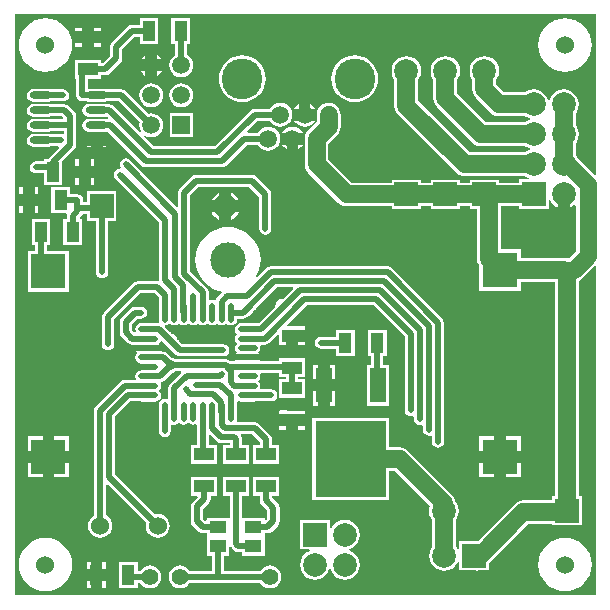
<source format=gtl>
%FSAX44Y44*%
%MOMM*%
G71*
G01*
G75*
G04 Layer_Physical_Order=1*
G04 Layer_Color=255*
%ADD10O,1.6500X0.5500*%
%ADD11O,0.5500X1.6500*%
%ADD12R,1.1000X1.7000*%
%ADD13R,1.7000X1.1000*%
%ADD14R,1.4000X1.1000*%
%ADD15R,1.4000X3.0000*%
%ADD16R,6.0000X6.5000*%
%ADD17O,1.9000X0.6000*%
%ADD18C,1.5000*%
%ADD19C,1.4000*%
%ADD20C,0.5080*%
%ADD21C,1.4000*%
%ADD22C,1.5240*%
%ADD23R,2.0000X2.0000*%
%ADD24C,2.0000*%
%ADD25R,2.0000X2.0000*%
%ADD26R,2.0000X2.0000*%
%ADD27C,2.0000*%
%ADD28C,1.5000*%
%ADD29R,1.5000X1.5000*%
%ADD30R,2.0000X2.0000*%
%ADD31R,3.0000X3.0000*%
%ADD32C,3.0000*%
%ADD33C,0.5000*%
%ADD34C,0.8000*%
%ADD35C,3.4500*%
G36*
X00573960Y00532058D02*
X00575284Y00532606D01*
X00577775Y00534517D01*
X00578914Y00533956D01*
Y00495388D01*
X00573117Y00489591D01*
X00532485D01*
Y00497005D01*
X00515546D01*
Y00533244D01*
X00531060D01*
Y00531060D01*
X00556060D01*
Y00538680D01*
X00557306Y00538928D01*
X00558006Y00537236D01*
X00560016Y00534616D01*
X00562636Y00532606D01*
X00563960Y00532058D01*
Y00543560D01*
X00573960D01*
Y00532058D01*
D02*
G37*
G36*
X00596156Y00560628D02*
X00594983Y00560142D01*
X00579891Y00575234D01*
X00579879Y00575264D01*
X00579046Y00576349D01*
Y00586971D01*
X00579879Y00588056D01*
X00581138Y00591097D01*
X00581568Y00594360D01*
X00581138Y00597623D01*
X00579879Y00600664D01*
X00579046Y00601749D01*
Y00612371D01*
X00579879Y00613456D01*
X00581138Y00616497D01*
X00581568Y00619760D01*
X00581138Y00623023D01*
X00579879Y00626064D01*
X00577875Y00628675D01*
X00575264Y00630679D01*
X00572223Y00631938D01*
X00568960Y00632368D01*
X00565697Y00631938D01*
X00562656Y00630679D01*
X00560045Y00628675D01*
X00558041Y00626064D01*
X00556895Y00623297D01*
X00555625D01*
X00554479Y00626064D01*
X00552475Y00628675D01*
X00549864Y00630679D01*
X00546823Y00631938D01*
X00543560Y00632368D01*
X00540297Y00631938D01*
X00537256Y00630679D01*
X00536171Y00629846D01*
X00518528D01*
X00511736Y00636638D01*
Y00640541D01*
X00512569Y00641626D01*
X00513828Y00644667D01*
X00514258Y00647930D01*
X00513828Y00651193D01*
X00512569Y00654234D01*
X00510565Y00656845D01*
X00507954Y00658849D01*
X00504913Y00660108D01*
X00501650Y00660538D01*
X00498387Y00660108D01*
X00495346Y00658849D01*
X00492735Y00656845D01*
X00490731Y00654234D01*
X00489472Y00651193D01*
X00489042Y00647930D01*
X00489472Y00644667D01*
X00490731Y00641626D01*
X00491564Y00640541D01*
Y00632460D01*
X00491564Y00632460D01*
X00491564D01*
X00491907Y00629850D01*
X00492915Y00627417D01*
X00494518Y00625328D01*
X00507218Y00612628D01*
X00509307Y00611025D01*
X00511740Y00610017D01*
X00514350Y00609674D01*
X00536171D01*
X00537256Y00608841D01*
X00540023Y00607695D01*
Y00606425D01*
X00537256Y00605279D01*
X00536171Y00604446D01*
X00503288D01*
X00478716Y00629018D01*
Y00640541D01*
X00479549Y00641626D01*
X00480808Y00644667D01*
X00481238Y00647930D01*
X00480808Y00651193D01*
X00479549Y00654234D01*
X00477545Y00656845D01*
X00474934Y00658849D01*
X00471893Y00660108D01*
X00468630Y00660538D01*
X00465367Y00660108D01*
X00462326Y00658849D01*
X00459715Y00656845D01*
X00457711Y00654234D01*
X00456452Y00651193D01*
X00456022Y00647930D01*
X00456452Y00644667D01*
X00457711Y00641626D01*
X00458544Y00640541D01*
Y00624840D01*
X00458544Y00624840D01*
X00458544D01*
X00458887Y00622229D01*
X00459895Y00619797D01*
X00461498Y00617708D01*
X00491978Y00587228D01*
X00494067Y00585625D01*
X00496499Y00584617D01*
X00499110Y00584274D01*
X00536171D01*
X00537256Y00583441D01*
X00540023Y00582295D01*
Y00581025D01*
X00537256Y00579879D01*
X00536171Y00579046D01*
X00489318D01*
X00445696Y00622668D01*
Y00640541D01*
X00446529Y00641626D01*
X00447788Y00644667D01*
X00448218Y00647930D01*
X00447788Y00651193D01*
X00446529Y00654234D01*
X00444525Y00656845D01*
X00441914Y00658849D01*
X00438873Y00660108D01*
X00435610Y00660538D01*
X00432347Y00660108D01*
X00429306Y00658849D01*
X00426695Y00656845D01*
X00424691Y00654234D01*
X00423432Y00651193D01*
X00423002Y00647930D01*
X00423432Y00644667D01*
X00424691Y00641626D01*
X00425524Y00640541D01*
Y00618490D01*
X00425524Y00618490D01*
X00425524D01*
X00425867Y00615880D01*
X00426875Y00613447D01*
X00428478Y00611358D01*
X00478008Y00561828D01*
X00478008D01*
X00478008Y00561828D01*
X00478008Y00561828D01*
Y00561828D01*
X00480097Y00560225D01*
X00481522Y00559635D01*
X00482529Y00559217D01*
X00485140Y00558874D01*
X00536171D01*
X00537256Y00558041D01*
X00539032Y00557306D01*
X00538784Y00556060D01*
X00531060D01*
Y00553416D01*
X00514150D01*
Y00555830D01*
X00489150D01*
Y00553416D01*
X00481130D01*
Y00555830D01*
X00456130D01*
Y00553416D01*
X00448110D01*
Y00555830D01*
X00423110D01*
Y00553416D01*
X00389218D01*
X00369656Y00572978D01*
Y00586372D01*
X00376902Y00593618D01*
X00378505Y00595707D01*
X00379513Y00598139D01*
X00379856Y00600750D01*
X00379856Y00600750D01*
X00379856Y00600750D01*
Y00600750D01*
Y00610850D01*
X00379513Y00613461D01*
X00378505Y00615893D01*
X00376902Y00617982D01*
X00374813Y00619585D01*
X00372380Y00620593D01*
X00369770Y00620936D01*
X00367160Y00620593D01*
X00364727Y00619585D01*
X00362638Y00617982D01*
X00361035Y00615893D01*
X00360227Y00613941D01*
X00360226D01*
X00360027Y00613461D01*
X00359683Y00610850D01*
Y00606259D01*
X00359684Y00606259D01*
Y00604928D01*
X00352438Y00597682D01*
X00350835Y00595593D01*
X00350027Y00593642D01*
X00350026D01*
X00349827Y00593161D01*
X00349483Y00590550D01*
Y00585959D01*
X00349484Y00585959D01*
Y00568800D01*
X00349484Y00568800D01*
X00349484D01*
X00349827Y00566189D01*
X00350835Y00563757D01*
X00352438Y00561668D01*
X00377908Y00536198D01*
X00379997Y00534595D01*
X00382430Y00533587D01*
X00385040Y00533244D01*
X00423110D01*
Y00530830D01*
X00448110D01*
Y00533244D01*
X00456130D01*
Y00530830D01*
X00481130D01*
Y00533244D01*
X00489150D01*
Y00530830D01*
X00495374D01*
Y00489030D01*
X00495717Y00486419D01*
X00496725Y00483987D01*
X00497485Y00482996D01*
Y00462005D01*
X00532485D01*
Y00469419D01*
X00561644D01*
Y00288090D01*
X00559230D01*
Y00284406D01*
X00534670D01*
X00532060Y00284063D01*
X00529627Y00283055D01*
X00527538Y00281452D01*
X00496076Y00249990D01*
X00480260D01*
Y00243231D01*
X00479014Y00242983D01*
X00478679Y00243794D01*
X00477216Y00245700D01*
Y00268201D01*
X00478049Y00269286D01*
X00479308Y00272327D01*
X00479738Y00275590D01*
X00479308Y00278853D01*
X00478049Y00281894D01*
X00477088Y00283146D01*
X00476873Y00284781D01*
X00475865Y00287213D01*
X00474262Y00289302D01*
X00437162Y00326402D01*
X00435073Y00328005D01*
X00432641Y00329012D01*
X00430030Y00329356D01*
X00420970D01*
Y00354270D01*
X00355970D01*
Y00284270D01*
X00420970D01*
Y00309184D01*
X00425852D01*
X00455312Y00279724D01*
X00454952Y00278853D01*
X00454522Y00275590D01*
X00454952Y00272327D01*
X00456211Y00269286D01*
X00457044Y00268201D01*
Y00244058D01*
X00456841Y00243794D01*
X00455582Y00240753D01*
X00455152Y00237490D01*
X00455582Y00234227D01*
X00456841Y00231186D01*
X00458845Y00228575D01*
X00461456Y00226571D01*
X00464497Y00225312D01*
X00467760Y00224882D01*
X00471023Y00225312D01*
X00474064Y00226571D01*
X00476675Y00228575D01*
X00478679Y00231186D01*
X00479014Y00231996D01*
X00480260Y00231749D01*
Y00224990D01*
X00494341D01*
X00495300Y00224864D01*
X00496259Y00224990D01*
X00505260D01*
Y00230646D01*
X00538848Y00264234D01*
X00559230D01*
Y00263090D01*
X00584230D01*
Y00288090D01*
X00581816D01*
Y00469762D01*
X00584427Y00472373D01*
X00584427Y00472373D01*
X00584427Y00472373D01*
X00594983Y00482929D01*
X00596156Y00482443D01*
Y00203844D01*
X00103844D01*
Y00696156D01*
X00596156D01*
Y00560628D01*
D02*
G37*
%LPC*%
G36*
X00375310Y00399310D02*
X00370770D01*
Y00386770D01*
X00375310D01*
Y00399310D01*
D02*
G37*
G36*
X00360770D02*
X00356230D01*
Y00386770D01*
X00360770D01*
Y00399310D01*
D02*
G37*
G36*
X00350130Y00418710D02*
X00344090D01*
Y00415670D01*
X00350130D01*
Y00418710D01*
D02*
G37*
G36*
X00392010Y00428830D02*
X00376010D01*
Y00422969D01*
X00363220D01*
X00361254Y00422578D01*
X00359586Y00421464D01*
X00358472Y00419796D01*
X00358081Y00417830D01*
X00358472Y00415863D01*
X00359586Y00414196D01*
X00361254Y00413082D01*
X00363220Y00412691D01*
X00376010D01*
Y00406830D01*
X00392010D01*
Y00428830D01*
D02*
G37*
G36*
X00375310Y00376770D02*
X00370770D01*
Y00364230D01*
X00375310D01*
Y00376770D01*
D02*
G37*
G36*
X00360770D02*
X00356230D01*
Y00364230D01*
X00360770D01*
Y00376770D01*
D02*
G37*
G36*
X00419010Y00428830D02*
X00403010D01*
Y00406830D01*
X00405871D01*
Y00399270D01*
X00401970D01*
Y00364270D01*
X00420970D01*
Y00399270D01*
X00416149D01*
Y00406830D01*
X00419010D01*
Y00428830D01*
D02*
G37*
G36*
X00334400Y00360760D02*
X00328504D01*
X00328364Y00360300D01*
X00328050D01*
Y00357260D01*
X00350130D01*
Y00360300D01*
X00334540D01*
X00334400Y00360760D01*
D02*
G37*
G36*
X00124080Y00533480D02*
X00121040D01*
Y00527440D01*
X00124080D01*
Y00533480D01*
D02*
G37*
G36*
X00111040D02*
X00108000D01*
Y00527440D01*
X00111040D01*
Y00533480D01*
D02*
G37*
G36*
X00287170Y00544902D02*
Y00538400D01*
X00293672D01*
X00293124Y00539724D01*
X00291114Y00542344D01*
X00288494Y00544354D01*
X00287170Y00544902D01*
D02*
G37*
G36*
X00277170D02*
X00275846Y00544354D01*
X00273226Y00542344D01*
X00271216Y00539724D01*
X00270668Y00538400D01*
X00277170D01*
Y00544902D01*
D02*
G37*
G36*
X00151040Y00549480D02*
X00135040D01*
Y00527480D01*
X00147492D01*
X00148298Y00526498D01*
X00148061Y00525310D01*
Y00522810D01*
X00145200D01*
Y00500810D01*
X00161200D01*
Y00522810D01*
X00159627D01*
X00159141Y00523983D01*
X00160644Y00525486D01*
X00161649Y00526991D01*
X00165070D01*
Y00520900D01*
X00172431D01*
Y00477750D01*
X00172822Y00475784D01*
X00173936Y00474116D01*
X00174166Y00473886D01*
X00175833Y00472772D01*
X00177800Y00472381D01*
X00179767Y00472772D01*
X00181434Y00473886D01*
X00182548Y00475554D01*
X00182939Y00477520D01*
X00182709Y00478676D01*
Y00520900D01*
X00190070D01*
Y00545900D01*
X00165070D01*
Y00537269D01*
X00162149D01*
Y00538480D01*
X00161758Y00540447D01*
X00160644Y00542114D01*
X00158976Y00543228D01*
X00157010Y00543619D01*
X00151040D01*
Y00549480D01*
D02*
G37*
G36*
X00134200Y00522810D02*
X00118200D01*
Y00500810D01*
X00121061D01*
Y00495735D01*
X00115080D01*
Y00460735D01*
X00150080D01*
Y00495735D01*
X00131339D01*
Y00500810D01*
X00134200D01*
Y00522810D01*
D02*
G37*
G36*
X00293672Y00528400D02*
X00287170D01*
Y00521898D01*
X00288494Y00522446D01*
X00291114Y00524456D01*
X00293124Y00527076D01*
X00293672Y00528400D01*
D02*
G37*
G36*
X00277170D02*
X00270668D01*
X00271216Y00527076D01*
X00273226Y00524456D01*
X00275846Y00522446D01*
X00277170Y00521898D01*
Y00528400D01*
D02*
G37*
G36*
X00350130Y00347260D02*
X00344090D01*
Y00344220D01*
X00350130D01*
Y00347260D01*
D02*
G37*
G36*
X00181230Y00232020D02*
X00178190D01*
Y00225980D01*
X00181230D01*
Y00232020D01*
D02*
G37*
G36*
X00168190D02*
X00165150D01*
Y00225980D01*
X00168190D01*
Y00232020D01*
D02*
G37*
G36*
X00327710Y00304380D02*
X00305710D01*
Y00288380D01*
X00311571D01*
Y00284480D01*
X00311571Y00284480D01*
X00311571D01*
X00311962Y00282514D01*
X00313076Y00280846D01*
X00317921Y00276001D01*
Y00268829D01*
X00316743Y00267651D01*
X00315570Y00268137D01*
Y00269620D01*
X00297347D01*
X00297347Y00269620D01*
Y00269620D01*
X00296570Y00269620D01*
X00296449Y00269741D01*
Y00288380D01*
X00302310D01*
Y00304380D01*
X00280310D01*
Y00288380D01*
X00286171D01*
Y00270221D01*
X00285570Y00269620D01*
X00285273Y00269620D01*
X00285273Y00269620D01*
Y00269620D01*
X00266570D01*
Y00267347D01*
X00265397Y00266861D01*
X00263429Y00268829D01*
Y00277271D01*
X00268274Y00282116D01*
X00269388Y00283783D01*
X00269779Y00285750D01*
Y00288380D01*
X00275640D01*
Y00304380D01*
X00253640D01*
Y00288380D01*
X00258343D01*
X00258829Y00287207D01*
X00254656Y00283034D01*
X00253542Y00281367D01*
X00253151Y00279400D01*
Y00266700D01*
X00253151Y00266700D01*
X00253151D01*
X00253542Y00264734D01*
X00254656Y00263066D01*
X00259736Y00257986D01*
X00261404Y00256872D01*
X00263370Y00256481D01*
X00266570D01*
Y00254518D01*
X00266570Y00254518D01*
X00266570D01*
X00266570Y00253620D01*
Y00253620D01*
D01*
X00266570Y00252722D01*
X00266570Y00252722D01*
X00266570D01*
Y00237620D01*
X00270931D01*
Y00224849D01*
X00251871D01*
X00250615Y00226485D01*
X00248631Y00228008D01*
X00246320Y00228965D01*
X00243840Y00229292D01*
X00241360Y00228965D01*
X00239049Y00228008D01*
X00237064Y00226485D01*
X00235542Y00224501D01*
X00234585Y00222190D01*
X00234258Y00219710D01*
X00234585Y00217230D01*
X00235542Y00214919D01*
X00237064Y00212934D01*
X00239049Y00211412D01*
X00241360Y00210455D01*
X00243840Y00210128D01*
X00246320Y00210455D01*
X00248631Y00211412D01*
X00250615Y00212934D01*
X00251871Y00214571D01*
X00312009D01*
X00313265Y00212934D01*
X00315249Y00211412D01*
X00317560Y00210455D01*
X00320040Y00210128D01*
X00322520Y00210455D01*
X00324831Y00211412D01*
X00326815Y00212934D01*
X00328338Y00214919D01*
X00329296Y00217230D01*
X00329622Y00219710D01*
X00329296Y00222190D01*
X00328338Y00224501D01*
X00326815Y00226485D01*
X00324831Y00228008D01*
X00322520Y00228965D01*
X00320040Y00229292D01*
X00317560Y00228965D01*
X00315249Y00228008D01*
X00313265Y00226485D01*
X00312009Y00224849D01*
X00281209D01*
Y00237620D01*
X00285570D01*
Y00244981D01*
X00286785Y00245350D01*
X00287676Y00244016D01*
X00289706Y00241986D01*
X00289706Y00241986D01*
X00289706D01*
X00289706Y00241986D01*
X00289706D01*
X00289706Y00241986D01*
Y00241986D01*
Y00241986D01*
D01*
D01*
X00289706D01*
Y00241986D01*
X00291374Y00240872D01*
X00293340Y00240481D01*
X00296570D01*
Y00237620D01*
X00315570D01*
Y00252722D01*
X00315570Y00252722D01*
X00315570D01*
X00315570Y00253620D01*
Y00253620D01*
D01*
X00315570Y00254518D01*
X00315570Y00254518D01*
X00315570D01*
Y00256481D01*
X00317980D01*
X00319946Y00256872D01*
X00321614Y00257986D01*
X00326694Y00263066D01*
X00327808Y00264734D01*
X00328199Y00266700D01*
Y00278130D01*
X00327808Y00280096D01*
X00326694Y00281764D01*
X00321849Y00286609D01*
Y00288380D01*
X00327710D01*
Y00304380D01*
D02*
G37*
G36*
X00383540Y00267878D02*
X00380277Y00267448D01*
X00377236Y00266189D01*
X00374625Y00264185D01*
X00372621Y00261574D01*
X00371886Y00259798D01*
X00370640Y00260046D01*
Y00267770D01*
X00345640D01*
Y00242770D01*
X00353364D01*
X00353612Y00241524D01*
X00351836Y00240789D01*
X00349225Y00238785D01*
X00347221Y00236174D01*
X00345962Y00233133D01*
X00345532Y00229870D01*
X00345962Y00226607D01*
X00347221Y00223566D01*
X00349225Y00220955D01*
X00351836Y00218951D01*
X00354877Y00217692D01*
X00358140Y00217262D01*
X00361403Y00217692D01*
X00364444Y00218951D01*
X00367055Y00220955D01*
X00369059Y00223566D01*
X00370205Y00226333D01*
X00370318D01*
Y00226333D01*
D01*
D01*
X00370318D01*
X00371362D01*
D01*
D01*
Y00226333D01*
X00371475D01*
X00372621Y00223566D01*
X00374625Y00220955D01*
X00377236Y00218951D01*
X00380277Y00217692D01*
X00383540Y00217262D01*
X00386803Y00217692D01*
X00389844Y00218951D01*
X00392455Y00220955D01*
X00394459Y00223566D01*
X00395718Y00226607D01*
X00396148Y00229870D01*
X00395718Y00233133D01*
X00394459Y00236174D01*
X00392455Y00238785D01*
X00389844Y00240789D01*
X00387077Y00241935D01*
Y00242048D01*
X00387077D01*
D01*
D01*
Y00242048D01*
Y00243092D01*
D01*
D01*
X00387077D01*
Y00243205D01*
X00389844Y00244351D01*
X00392455Y00246355D01*
X00394459Y00248966D01*
X00395718Y00252007D01*
X00396148Y00255270D01*
X00395718Y00258533D01*
X00394459Y00261574D01*
X00392455Y00264185D01*
X00389844Y00266189D01*
X00386803Y00267448D01*
X00383540Y00267878D01*
D02*
G37*
G36*
X00208190Y00231980D02*
X00192190D01*
Y00209980D01*
X00208190D01*
Y00214571D01*
X00210409D01*
X00211665Y00212934D01*
X00213649Y00211412D01*
X00215960Y00210455D01*
X00218440Y00210128D01*
X00220920Y00210455D01*
X00223231Y00211412D01*
X00225215Y00212934D01*
X00226738Y00214919D01*
X00227696Y00217230D01*
X00228022Y00219710D01*
X00227696Y00222190D01*
X00226738Y00224501D01*
X00225215Y00226485D01*
X00223231Y00228008D01*
X00220920Y00228965D01*
X00218440Y00229292D01*
X00215960Y00228965D01*
X00213649Y00228008D01*
X00211665Y00226485D01*
X00210409Y00224849D01*
X00208190D01*
Y00231980D01*
D02*
G37*
G36*
X00570000Y00252609D02*
X00565589Y00252174D01*
X00561348Y00250888D01*
X00557439Y00248799D01*
X00554013Y00245987D01*
X00551201Y00242561D01*
X00549112Y00238652D01*
X00547826Y00234411D01*
X00547391Y00230000D01*
X00547826Y00225589D01*
X00549112Y00221348D01*
X00551201Y00217439D01*
X00554013Y00214013D01*
X00557439Y00211201D01*
X00561348Y00209112D01*
X00565589Y00207826D01*
X00570000Y00207391D01*
X00574411Y00207826D01*
X00578652Y00209112D01*
X00582561Y00211201D01*
X00585987Y00214013D01*
X00588799Y00217439D01*
X00590888Y00221348D01*
X00592174Y00225589D01*
X00592609Y00230000D01*
X00592174Y00234411D01*
X00590888Y00238652D01*
X00588799Y00242561D01*
X00585987Y00245987D01*
X00582561Y00248799D01*
X00578652Y00250888D01*
X00574411Y00252174D01*
X00570000Y00252609D01*
D02*
G37*
G36*
X00130000D02*
X00125589Y00252174D01*
X00121348Y00250888D01*
X00117439Y00248799D01*
X00114013Y00245987D01*
X00111201Y00242561D01*
X00109112Y00238652D01*
X00107826Y00234411D01*
X00107391Y00230000D01*
X00107826Y00225589D01*
X00109112Y00221348D01*
X00111201Y00217439D01*
X00114013Y00214013D01*
X00117439Y00211201D01*
X00121348Y00209112D01*
X00125589Y00207826D01*
X00130000Y00207391D01*
X00134411Y00207826D01*
X00138652Y00209112D01*
X00142561Y00211201D01*
X00145987Y00214013D01*
X00148799Y00217439D01*
X00150888Y00221348D01*
X00152174Y00225589D01*
X00152609Y00230000D01*
X00152174Y00234411D01*
X00150888Y00238652D01*
X00148799Y00242561D01*
X00145987Y00245987D01*
X00142561Y00248799D01*
X00138652Y00250888D01*
X00134411Y00252174D01*
X00130000Y00252609D01*
D02*
G37*
G36*
X00181230Y00215980D02*
X00178190D01*
Y00209940D01*
X00181230D01*
Y00215980D01*
D02*
G37*
G36*
X00168190D02*
X00165150D01*
Y00209940D01*
X00168190D01*
Y00215980D01*
D02*
G37*
G36*
X00509985Y00338940D02*
X00497445D01*
Y00326400D01*
X00509985D01*
Y00338940D01*
D02*
G37*
G36*
X00150120D02*
X00137580D01*
Y00326400D01*
X00150120D01*
Y00338940D01*
D02*
G37*
G36*
X00334090Y00347260D02*
X00328050D01*
Y00344220D01*
X00334090D01*
Y00347260D01*
D02*
G37*
G36*
X00532525Y00338940D02*
X00519985D01*
Y00326400D01*
X00532525D01*
Y00338940D01*
D02*
G37*
G36*
X00127580D02*
X00115040D01*
Y00326400D01*
X00127580D01*
Y00338940D01*
D02*
G37*
G36*
X00150120Y00316400D02*
X00137580D01*
Y00303860D01*
X00150120D01*
Y00316400D01*
D02*
G37*
G36*
X00127580D02*
X00115040D01*
Y00303860D01*
X00127580D01*
Y00316400D01*
D02*
G37*
G36*
X00532525D02*
X00519985D01*
Y00303860D01*
X00532525D01*
Y00316400D01*
D02*
G37*
G36*
X00509985D02*
X00497445D01*
Y00303860D01*
X00509985D01*
Y00316400D01*
D02*
G37*
G36*
X00252640Y00692990D02*
X00236640D01*
Y00670990D01*
X00239501D01*
Y00661081D01*
X00237978Y00659912D01*
X00236375Y00657823D01*
X00235367Y00655390D01*
X00235024Y00652780D01*
X00235367Y00650170D01*
X00236375Y00647737D01*
X00237978Y00645648D01*
X00240067Y00644045D01*
X00242500Y00643037D01*
X00245110Y00642694D01*
X00247721Y00643037D01*
X00250153Y00644045D01*
X00252242Y00645648D01*
X00253845Y00647737D01*
X00254853Y00650170D01*
X00255196Y00652780D01*
X00254853Y00655390D01*
X00253845Y00657823D01*
X00252242Y00659912D01*
X00250153Y00661515D01*
X00249779Y00661670D01*
Y00670990D01*
X00252640D01*
Y00692990D01*
D02*
G37*
G36*
X00132860Y00632988D02*
X00119860D01*
X00117714Y00632561D01*
X00115895Y00631345D01*
X00114679Y00629526D01*
X00114252Y00627380D01*
X00114679Y00625234D01*
X00115895Y00623415D01*
X00117714Y00622199D01*
X00119860Y00621772D01*
X00132860D01*
X00135006Y00622199D01*
X00135069Y00622241D01*
X00144780D01*
X00146747Y00622632D01*
X00148414Y00623746D01*
X00149528Y00625414D01*
X00149919Y00627380D01*
X00149528Y00629347D01*
X00148414Y00631014D01*
X00146747Y00632128D01*
X00144780Y00632519D01*
X00135069D01*
X00135006Y00632561D01*
X00132860Y00632988D01*
D02*
G37*
G36*
X00228506Y00647780D02*
X00224710D01*
Y00643984D01*
X00224773Y00644010D01*
X00226871Y00645619D01*
X00228480Y00647717D01*
X00228506Y00647780D01*
D02*
G37*
G36*
X00214710D02*
X00210914D01*
X00210940Y00647717D01*
X00212549Y00645619D01*
X00214647Y00644010D01*
X00214710Y00643984D01*
Y00647780D01*
D02*
G37*
G36*
X00391770Y00661196D02*
X00387898Y00660814D01*
X00384175Y00659685D01*
X00380744Y00657851D01*
X00377737Y00655383D01*
X00375269Y00652376D01*
X00373435Y00648945D01*
X00372306Y00645222D01*
X00371925Y00641350D01*
X00372306Y00637478D01*
X00373435Y00633755D01*
X00375269Y00630324D01*
X00377737Y00627317D01*
X00380744Y00624849D01*
X00384175Y00623015D01*
X00387898Y00621886D01*
X00391770Y00621504D01*
X00395642Y00621886D01*
X00399365Y00623015D01*
X00402796Y00624849D01*
X00405803Y00627317D01*
X00408271Y00630324D01*
X00410105Y00633755D01*
X00411234Y00637478D01*
X00411616Y00641350D01*
X00411234Y00645222D01*
X00410105Y00648945D01*
X00408271Y00652376D01*
X00405803Y00655383D01*
X00402796Y00657851D01*
X00399365Y00659685D01*
X00395642Y00660814D01*
X00391770Y00661196D01*
D02*
G37*
G36*
X00219710Y00637466D02*
X00217099Y00637123D01*
X00214667Y00636115D01*
X00212578Y00634512D01*
X00210975Y00632423D01*
X00209967Y00629991D01*
X00209624Y00627380D01*
X00209967Y00624770D01*
X00210975Y00622337D01*
X00212578Y00620248D01*
X00214667Y00618645D01*
X00217099Y00617637D01*
X00219710Y00617294D01*
X00222320Y00617637D01*
X00224753Y00618645D01*
X00226842Y00620248D01*
X00228445Y00622337D01*
X00229453Y00624770D01*
X00229796Y00627380D01*
X00229453Y00629991D01*
X00228445Y00632423D01*
X00226842Y00634512D01*
X00224753Y00636115D01*
X00222320Y00637123D01*
X00219710Y00637466D01*
D02*
G37*
G36*
X00354370Y00619646D02*
Y00615850D01*
X00358166D01*
X00358140Y00615913D01*
X00356531Y00618011D01*
X00354433Y00619620D01*
X00354370Y00619646D01*
D02*
G37*
G36*
X00296570Y00661196D02*
X00292698Y00660814D01*
X00288975Y00659685D01*
X00285544Y00657851D01*
X00282537Y00655383D01*
X00280069Y00652376D01*
X00278235Y00648945D01*
X00277106Y00645222D01*
X00276724Y00641350D01*
X00277106Y00637478D01*
X00278235Y00633755D01*
X00280069Y00630324D01*
X00282537Y00627317D01*
X00285544Y00624849D01*
X00288975Y00623015D01*
X00292698Y00621886D01*
X00296570Y00621504D01*
X00300442Y00621886D01*
X00304165Y00623015D01*
X00307596Y00624849D01*
X00310603Y00627317D01*
X00313071Y00630324D01*
X00314905Y00633755D01*
X00316034Y00637478D01*
X00316416Y00641350D01*
X00316034Y00645222D01*
X00314905Y00648945D01*
X00313071Y00652376D01*
X00310603Y00655383D01*
X00307596Y00657851D01*
X00304165Y00659685D01*
X00300442Y00660814D01*
X00296570Y00661196D01*
D02*
G37*
G36*
X00245110Y00637466D02*
X00242500Y00637123D01*
X00240067Y00636115D01*
X00237978Y00634512D01*
X00236375Y00632423D01*
X00235367Y00629991D01*
X00235024Y00627380D01*
X00235367Y00624770D01*
X00236375Y00622337D01*
X00237978Y00620248D01*
X00240067Y00618645D01*
X00242500Y00617637D01*
X00245110Y00617294D01*
X00247721Y00617637D01*
X00250153Y00618645D01*
X00252242Y00620248D01*
X00253845Y00622337D01*
X00254853Y00624770D01*
X00255196Y00627380D01*
X00254853Y00629991D01*
X00253845Y00632423D01*
X00252242Y00634512D01*
X00250153Y00636115D01*
X00247721Y00637123D01*
X00245110Y00637466D01*
D02*
G37*
G36*
X00225640Y00692990D02*
X00209640D01*
Y00687129D01*
X00203495D01*
X00201529Y00686738D01*
X00199861Y00685624D01*
X00186271Y00672034D01*
X00185158Y00670367D01*
X00184766Y00668400D01*
Y00660664D01*
X00178682Y00654579D01*
X00177370D01*
Y00657440D01*
X00155370D01*
Y00641440D01*
X00156151D01*
Y00627380D01*
X00156151Y00627380D01*
X00156151D01*
X00156542Y00625414D01*
X00157656Y00623746D01*
X00159324Y00622632D01*
X00161290Y00622241D01*
X00164651D01*
X00164714Y00622199D01*
X00166860Y00621772D01*
X00179860D01*
X00182006Y00622199D01*
X00182069Y00622241D01*
X00192181D01*
X00209952Y00604471D01*
X00209624Y00601980D01*
X00209967Y00599370D01*
X00210975Y00596937D01*
X00211049Y00596840D01*
X00210094Y00596003D01*
X00187784Y00618314D01*
X00186117Y00619428D01*
X00184150Y00619819D01*
X00182069D01*
X00182006Y00619861D01*
X00179860Y00620288D01*
X00166860D01*
X00164714Y00619861D01*
X00162895Y00618645D01*
X00161679Y00616826D01*
X00161252Y00614680D01*
X00161679Y00612534D01*
X00162895Y00610715D01*
X00164714Y00609499D01*
X00166860Y00609072D01*
X00179860D01*
X00182006Y00609499D01*
X00182041Y00609522D01*
X00183271Y00608292D01*
X00182785Y00607119D01*
X00182006Y00607161D01*
D01*
X00179860Y00607588D01*
X00166860D01*
X00164714Y00607161D01*
X00162895Y00605945D01*
X00161679Y00604126D01*
X00161252Y00601980D01*
X00161679Y00599834D01*
X00162895Y00598015D01*
X00164714Y00596799D01*
X00166860Y00596372D01*
X00179860D01*
X00182006Y00596799D01*
X00182069Y00596841D01*
X00182142D01*
X00211117Y00567866D01*
X00211116D01*
X00211117Y00567866D01*
X00211117Y00567866D01*
Y00567866D01*
X00212784Y00566752D01*
X00214750Y00566361D01*
X00279400D01*
X00281367Y00566752D01*
X00283034Y00567866D01*
X00300578Y00585411D01*
X00310108D01*
X00311638Y00583418D01*
X00313727Y00581815D01*
X00316159Y00580807D01*
X00318770Y00580464D01*
X00321381Y00580807D01*
X00323813Y00581815D01*
X00325902Y00583418D01*
X00327505Y00585507D01*
X00328313Y00587458D01*
X00328314D01*
X00328513Y00587939D01*
X00328857Y00590550D01*
X00328513Y00593161D01*
X00328314Y00593642D01*
X00328313D01*
X00327505Y00595593D01*
X00325902Y00597682D01*
X00323813Y00599285D01*
X00321381Y00600293D01*
X00318770Y00600636D01*
X00316159Y00600293D01*
X00313727Y00599285D01*
X00311638Y00597682D01*
X00310108Y00595689D01*
X00301085D01*
X00300599Y00596862D01*
X00309449Y00605711D01*
X00320308D01*
X00321838Y00603718D01*
X00323927Y00602115D01*
X00326359Y00601107D01*
X00328970Y00600764D01*
X00331581Y00601107D01*
X00334013Y00602115D01*
X00336102Y00603718D01*
X00337705Y00605807D01*
X00338513Y00607758D01*
X00338514D01*
X00338713Y00608239D01*
X00339057Y00610850D01*
X00338713Y00613461D01*
X00338514Y00613942D01*
X00338513D01*
X00337705Y00615893D01*
X00336102Y00617982D01*
X00334013Y00619585D01*
X00331581Y00620593D01*
X00328970Y00620936D01*
X00326359Y00620593D01*
X00323927Y00619585D01*
X00321838Y00617982D01*
X00320308Y00615989D01*
X00307320D01*
X00305354Y00615598D01*
X00303686Y00614484D01*
X00273461Y00584259D01*
X00221838D01*
X00213733Y00592364D01*
X00214570Y00593319D01*
X00214667Y00593245D01*
X00217099Y00592237D01*
X00219710Y00591894D01*
X00222320Y00592237D01*
X00224753Y00593245D01*
X00226842Y00594848D01*
X00228445Y00596937D01*
X00229453Y00599370D01*
X00229796Y00601980D01*
X00229453Y00604590D01*
X00228445Y00607023D01*
X00226842Y00609112D01*
X00224753Y00610715D01*
X00222320Y00611723D01*
X00219710Y00612066D01*
X00217219Y00611738D01*
X00197944Y00631014D01*
X00196276Y00632128D01*
X00194310Y00632519D01*
X00182069D01*
X00182006Y00632561D01*
X00179860Y00632988D01*
X00166860D01*
X00166429Y00633342D01*
Y00641440D01*
X00177370D01*
Y00644301D01*
X00180810D01*
X00182777Y00644692D01*
X00184444Y00645806D01*
X00193539Y00654901D01*
X00194653Y00656569D01*
X00195044Y00658535D01*
X00195044Y00658535D01*
X00195044Y00658535D01*
Y00658535D01*
Y00666272D01*
X00205624Y00676851D01*
X00209640D01*
Y00670990D01*
X00225640D01*
Y00692990D01*
D02*
G37*
G36*
X00177410Y00671440D02*
X00171370D01*
Y00668400D01*
X00177410D01*
Y00671440D01*
D02*
G37*
G36*
Y00684480D02*
X00171370D01*
Y00681440D01*
X00177410D01*
Y00684480D01*
D02*
G37*
G36*
X00161370D02*
X00155330D01*
Y00681440D01*
X00161370D01*
Y00684480D01*
D02*
G37*
G36*
Y00671440D02*
X00155330D01*
Y00668400D01*
X00161370D01*
Y00671440D01*
D02*
G37*
G36*
X00570000Y00692609D02*
X00565589Y00692174D01*
X00561348Y00690888D01*
X00557439Y00688799D01*
X00554013Y00685987D01*
X00551201Y00682561D01*
X00549112Y00678652D01*
X00547826Y00674411D01*
X00547391Y00670000D01*
X00547826Y00665589D01*
X00549112Y00661348D01*
X00551201Y00657439D01*
X00554013Y00654013D01*
X00557439Y00651201D01*
X00561348Y00649112D01*
X00565589Y00647826D01*
X00570000Y00647391D01*
X00574411Y00647826D01*
X00578652Y00649112D01*
X00582561Y00651201D01*
X00585987Y00654013D01*
X00588799Y00657439D01*
X00590888Y00661348D01*
X00592174Y00665589D01*
X00592609Y00670000D01*
X00592174Y00674411D01*
X00590888Y00678652D01*
X00588799Y00682561D01*
X00585987Y00685987D01*
X00582561Y00688799D01*
X00578652Y00690888D01*
X00574411Y00692174D01*
X00570000Y00692609D01*
D02*
G37*
G36*
X00130000D02*
X00125589Y00692174D01*
X00121348Y00690888D01*
X00117439Y00688799D01*
X00114013Y00685987D01*
X00111201Y00682561D01*
X00109112Y00678652D01*
X00107826Y00674411D01*
X00107391Y00670000D01*
X00107826Y00665589D01*
X00109112Y00661348D01*
X00111201Y00657439D01*
X00114013Y00654013D01*
X00117439Y00651201D01*
X00121348Y00649112D01*
X00125589Y00647826D01*
X00130000Y00647391D01*
X00134411Y00647826D01*
X00138652Y00649112D01*
X00142561Y00651201D01*
X00145987Y00654013D01*
X00148799Y00657439D01*
X00150888Y00661348D01*
X00152174Y00665589D01*
X00152609Y00670000D01*
X00152174Y00674411D01*
X00150888Y00678652D01*
X00148799Y00682561D01*
X00145987Y00685987D01*
X00142561Y00688799D01*
X00138652Y00690888D01*
X00134411Y00692174D01*
X00130000Y00692609D01*
D02*
G37*
G36*
X00224710Y00661576D02*
Y00657780D01*
X00228506D01*
X00228480Y00657843D01*
X00226871Y00659941D01*
X00224773Y00661550D01*
X00224710Y00661576D01*
D02*
G37*
G36*
X00214710D02*
X00214647Y00661550D01*
X00212549Y00659941D01*
X00210940Y00657843D01*
X00210914Y00657780D01*
X00214710D01*
Y00661576D01*
D02*
G37*
G36*
X00344370Y00619646D02*
X00344307Y00619620D01*
X00342209Y00618011D01*
X00340600Y00615913D01*
X00340574Y00615850D01*
X00344370D01*
Y00619646D01*
D02*
G37*
G36*
X00171400Y00573650D02*
X00168360D01*
Y00567610D01*
X00171400D01*
Y00573650D01*
D02*
G37*
G36*
X00158360D02*
X00155320D01*
Y00567610D01*
X00158360D01*
Y00573650D01*
D02*
G37*
G36*
X00347966Y00585550D02*
X00344170D01*
Y00581754D01*
X00344233Y00581780D01*
X00346331Y00583389D01*
X00347940Y00585487D01*
X00347966Y00585550D01*
D02*
G37*
G36*
X00334170D02*
X00330374D01*
X00330400Y00585487D01*
X00332009Y00583389D01*
X00334107Y00581780D01*
X00334170Y00581754D01*
Y00585550D01*
D02*
G37*
G36*
X00158360Y00557610D02*
X00155320D01*
Y00551570D01*
X00158360D01*
Y00557610D01*
D02*
G37*
G36*
X00124080Y00549520D02*
X00121040D01*
Y00543480D01*
X00124080D01*
Y00549520D01*
D02*
G37*
G36*
X00198120Y00574099D02*
X00196154Y00573708D01*
X00194486Y00572594D01*
X00193372Y00570927D01*
X00192981Y00568960D01*
X00193372Y00566993D01*
X00193877Y00566239D01*
X00193171Y00565183D01*
X00193040Y00565209D01*
X00191073Y00564818D01*
X00189406Y00563704D01*
X00188292Y00562037D01*
X00187901Y00560070D01*
X00188292Y00558103D01*
X00189406Y00556436D01*
X00226321Y00519521D01*
Y00471001D01*
X00226402Y00470595D01*
X00225504Y00469697D01*
X00224790Y00469839D01*
X00208160D01*
X00206194Y00469448D01*
X00204526Y00468334D01*
X00179246Y00443054D01*
X00178132Y00441386D01*
X00177741Y00439420D01*
Y00416560D01*
X00178132Y00414594D01*
X00179246Y00412926D01*
X00180914Y00411812D01*
X00182880Y00411421D01*
X00184846Y00411812D01*
X00186514Y00412926D01*
X00187628Y00414594D01*
X00188019Y00416560D01*
Y00437291D01*
X00210289Y00459561D01*
X00222661D01*
X00225941Y00456282D01*
Y00449896D01*
X00225727Y00448820D01*
Y00437820D01*
X00226135Y00435772D01*
X00226264Y00435579D01*
X00225665Y00434459D01*
X00223656D01*
X00222580Y00434673D01*
X00211580D01*
X00209532Y00434265D01*
X00207795Y00433105D01*
X00206635Y00431368D01*
X00206227Y00429320D01*
X00206601Y00427440D01*
X00206329Y00427109D01*
X00205061Y00427047D01*
X00203259Y00428848D01*
Y00433499D01*
X00207851Y00438091D01*
X00210820D01*
X00212787Y00438482D01*
X00214454Y00439596D01*
X00215568Y00441264D01*
X00215959Y00443230D01*
X00215568Y00445196D01*
X00214454Y00446864D01*
X00212787Y00447978D01*
X00210820Y00448369D01*
X00205722D01*
X00203755Y00447978D01*
X00202088Y00446864D01*
X00194486Y00439262D01*
X00193372Y00437594D01*
X00192981Y00435628D01*
Y00426720D01*
X00193372Y00424753D01*
X00194486Y00423086D01*
X00199886Y00417686D01*
X00201553Y00416572D01*
X00203520Y00416181D01*
X00205755D01*
X00206560Y00415200D01*
X00206186Y00413320D01*
X00206597Y00411256D01*
X00207766Y00409506D01*
X00207795Y00409487D01*
Y00409105D01*
X00206635Y00407369D01*
X00206227Y00405320D01*
X00206635Y00403272D01*
X00207795Y00401535D01*
Y00401534D01*
X00209531Y00400374D01*
X00211580Y00399967D01*
X00217080D01*
Y00394673D01*
X00211580D01*
X00209531Y00394266D01*
X00207795Y00393106D01*
Y00393105D01*
X00206635Y00391368D01*
X00206227Y00389320D01*
X00206601Y00387440D01*
X00205795Y00386459D01*
X00197170D01*
X00195203Y00386068D01*
X00193536Y00384954D01*
X00172626Y00364044D01*
X00171512Y00362377D01*
X00171121Y00360410D01*
Y00271703D01*
X00169042Y00270108D01*
X00167420Y00267994D01*
X00166401Y00265532D01*
X00166053Y00262890D01*
X00166401Y00260248D01*
X00167420Y00257786D01*
X00169042Y00255672D01*
X00171156Y00254050D01*
X00173618Y00253030D01*
X00176260Y00252683D01*
X00178902Y00253030D01*
X00181364Y00254050D01*
X00183478Y00255672D01*
X00185100Y00257786D01*
X00186119Y00260248D01*
X00186467Y00262890D01*
X00186119Y00265532D01*
X00185100Y00267994D01*
X00183478Y00270108D01*
X00181399Y00271703D01*
Y00297625D01*
X00182572Y00298111D01*
X00215195Y00265488D01*
X00214853Y00262890D01*
X00215201Y00260248D01*
X00216220Y00257786D01*
X00217842Y00255672D01*
X00219956Y00254050D01*
X00222418Y00253030D01*
X00225060Y00252683D01*
X00227702Y00253030D01*
X00230164Y00254050D01*
X00232278Y00255672D01*
X00233900Y00257786D01*
X00234919Y00260248D01*
X00235267Y00262890D01*
X00234919Y00265532D01*
X00233900Y00267994D01*
X00232278Y00270108D01*
X00230164Y00271730D01*
X00227702Y00272750D01*
X00225060Y00273097D01*
X00222462Y00272755D01*
X00188979Y00306238D01*
Y00355142D01*
X00202018Y00368181D01*
X00210504D01*
X00211580Y00367967D01*
X00222580D01*
X00224629Y00368375D01*
X00226365Y00369535D01*
X00227525Y00371272D01*
X00227933Y00373320D01*
X00227525Y00375368D01*
X00226365Y00377105D01*
Y00377535D01*
X00227525Y00379272D01*
X00227933Y00381320D01*
X00227525Y00383368D01*
X00227961Y00384420D01*
X00228727Y00384572D01*
X00230394Y00385686D01*
X00237039Y00392332D01*
X00237917Y00392447D01*
X00239498Y00393102D01*
X00240096Y00393561D01*
X00244375D01*
X00244861Y00392388D01*
X00235446Y00382973D01*
X00234332Y00381306D01*
X00233941Y00379340D01*
Y00370605D01*
X00232960Y00369799D01*
X00231080Y00370173D01*
X00229032Y00369765D01*
X00227295Y00368605D01*
X00226135Y00366869D01*
X00225727Y00364820D01*
Y00353820D01*
X00225941Y00352744D01*
Y00342960D01*
X00226332Y00340993D01*
X00227446Y00339326D01*
X00229114Y00338212D01*
X00229174Y00338200D01*
X00229189Y00338190D01*
X00231140Y00337802D01*
X00233091Y00338190D01*
X00234745Y00339295D01*
X00235850Y00340949D01*
X00236238Y00342900D01*
X00236219Y00342997D01*
Y00348035D01*
X00237201Y00348841D01*
X00239080Y00348467D01*
X00241128Y00348875D01*
X00242865Y00350035D01*
X00243295D01*
X00245032Y00348875D01*
X00247080Y00348467D01*
X00249128Y00348875D01*
X00250865Y00350035D01*
X00251295D01*
X00253032Y00348875D01*
X00255080Y00348467D01*
X00256960Y00348841D01*
X00257941Y00348035D01*
Y00331380D01*
X00253640D01*
Y00315380D01*
X00275640D01*
Y00331380D01*
X00268219D01*
Y00339515D01*
X00269392Y00340001D01*
X00275167Y00334226D01*
X00276834Y00333112D01*
X00278800Y00332721D01*
X00286171D01*
Y00331380D01*
X00280310D01*
Y00315380D01*
X00302310D01*
Y00331380D01*
X00296449D01*
Y00336070D01*
X00296058Y00338036D01*
X00295293Y00339181D01*
X00295891Y00340301D01*
X00305212D01*
X00311571Y00333941D01*
Y00331380D01*
X00305710D01*
Y00315380D01*
X00327710D01*
Y00331380D01*
X00321849D01*
Y00336070D01*
X00321458Y00338036D01*
X00320344Y00339704D01*
X00310974Y00349074D01*
X00309307Y00350188D01*
X00307340Y00350579D01*
X00292575D01*
X00291977Y00351699D01*
X00292025Y00351772D01*
X00292433Y00353820D01*
Y00364820D01*
X00292219Y00365896D01*
Y00367905D01*
X00293339Y00368503D01*
X00293532Y00368375D01*
X00295580Y00367967D01*
X00306580D01*
X00307656Y00368181D01*
X00321250D01*
X00323217Y00368572D01*
X00324884Y00369686D01*
X00324944Y00369746D01*
X00326058Y00371413D01*
X00326449Y00373380D01*
X00326058Y00375346D01*
X00324944Y00377014D01*
X00323276Y00378128D01*
X00321310Y00378519D01*
X00321008Y00378459D01*
X00312365D01*
X00311559Y00379440D01*
X00311933Y00381320D01*
X00311525Y00383368D01*
X00310365Y00385105D01*
Y00385535D01*
X00311525Y00387272D01*
X00311933Y00389320D01*
X00311559Y00391199D01*
X00312365Y00392181D01*
X00328090D01*
Y00388710D01*
X00333951D01*
Y00387260D01*
X00328090D01*
Y00371260D01*
X00328424D01*
X00328424Y00371259D01*
X00334480D01*
X00334480Y00371260D01*
X00350090D01*
Y00387260D01*
X00344229D01*
Y00388710D01*
X00350090D01*
Y00404710D01*
X00328090D01*
Y00402459D01*
X00312405D01*
X00311600Y00403441D01*
X00311974Y00405320D01*
X00311563Y00407384D01*
X00310394Y00409134D01*
X00310365Y00409153D01*
Y00409535D01*
X00311525Y00411272D01*
X00311933Y00413320D01*
X00311559Y00415200D01*
X00312365Y00416181D01*
X00315572D01*
X00317539Y00416572D01*
X00319206Y00417686D01*
X00326877Y00425357D01*
X00328050Y00424871D01*
Y00415670D01*
X00334090D01*
Y00423710D01*
X00339090D01*
Y00428710D01*
X00350130D01*
Y00431750D01*
X00334929D01*
X00334443Y00432923D01*
X00351041Y00449521D01*
X00408082D01*
X00434281Y00423321D01*
Y00360680D01*
X00434672Y00358713D01*
X00435786Y00357046D01*
X00437453Y00355932D01*
X00439420Y00355541D01*
X00440880Y00355832D01*
X00441861Y00355026D01*
Y00353100D01*
X00442252Y00351133D01*
X00443366Y00349466D01*
X00443406Y00349426D01*
X00445074Y00348312D01*
X00447040Y00347921D01*
X00448499Y00348212D01*
X00449481Y00347406D01*
Y00344210D01*
X00449872Y00342243D01*
X00450986Y00340576D01*
X00451026Y00340536D01*
X00452693Y00339422D01*
X00454660Y00339031D01*
X00456119Y00339322D01*
X00457101Y00338516D01*
Y00334050D01*
X00457101Y00334050D01*
X00457101D01*
X00457492Y00332084D01*
X00458606Y00330416D01*
X00458646Y00330376D01*
X00460313Y00329263D01*
X00462280Y00328871D01*
X00464246Y00329263D01*
X00465914Y00330376D01*
X00467028Y00332043D01*
X00467419Y00334010D01*
X00467379Y00334211D01*
Y00374570D01*
X00467299Y00374972D01*
Y00434869D01*
X00466908Y00436836D01*
X00465794Y00438503D01*
X00423263Y00481034D01*
X00421596Y00482147D01*
X00419629Y00482539D01*
X00320630D01*
X00318664Y00482147D01*
X00316997Y00481034D01*
X00308996Y00473033D01*
X00307999Y00473819D01*
X00309158Y00475712D01*
X00310815Y00479711D01*
X00311825Y00483920D01*
X00312165Y00488235D01*
X00311825Y00492550D01*
X00310815Y00496759D01*
X00309158Y00500758D01*
X00306897Y00504449D01*
X00304086Y00507741D01*
X00300794Y00510552D01*
X00297103Y00512813D01*
X00293104Y00514470D01*
X00288895Y00515480D01*
X00284580Y00515820D01*
X00280265Y00515480D01*
X00276056Y00514470D01*
X00272057Y00512813D01*
X00268366Y00510552D01*
X00265074Y00507741D01*
X00262263Y00504449D01*
X00260002Y00500758D01*
X00258345Y00496759D01*
X00257335Y00492550D01*
X00256995Y00488235D01*
X00257335Y00483920D01*
X00258345Y00479711D01*
X00260002Y00475712D01*
X00262263Y00472021D01*
X00265074Y00468729D01*
X00268366Y00465918D01*
X00272057Y00463657D01*
X00276056Y00462000D01*
X00278874Y00461324D01*
X00279219Y00460101D01*
X00275446Y00456329D01*
X00274332Y00454661D01*
X00274246Y00454228D01*
X00273128Y00453765D01*
X00271080Y00454173D01*
X00269200Y00453799D01*
X00268219Y00454605D01*
Y00460820D01*
X00267828Y00462786D01*
X00266714Y00464454D01*
X00252789Y00478378D01*
Y00542701D01*
X00259939Y00549851D01*
X00302672D01*
X00311091Y00541432D01*
Y00514350D01*
X00311482Y00512383D01*
X00312596Y00510716D01*
X00314263Y00509602D01*
X00316230Y00509211D01*
X00318197Y00509602D01*
X00319864Y00510716D01*
X00320978Y00512383D01*
X00321369Y00514350D01*
Y00543560D01*
X00320978Y00545527D01*
X00319864Y00547194D01*
X00308434Y00558624D01*
X00306766Y00559738D01*
X00304800Y00560129D01*
X00257810D01*
X00255844Y00559738D01*
X00254176Y00558624D01*
X00244016Y00548464D01*
X00242902Y00546796D01*
X00242511Y00544830D01*
Y00533495D01*
X00241338Y00533009D01*
X00201754Y00572594D01*
X00200086Y00573708D01*
X00198120Y00574099D01*
D02*
G37*
G36*
X00171400Y00557610D02*
X00168360D01*
Y00551570D01*
X00171400D01*
Y00557610D01*
D02*
G37*
G36*
X00111040Y00549520D02*
X00108000D01*
Y00543480D01*
X00111040D01*
Y00549520D01*
D02*
G37*
G36*
X00339170Y00600677D02*
X00336549Y00600332D01*
X00334107Y00599320D01*
X00332009Y00597711D01*
X00330400Y00595613D01*
X00330374Y00595550D01*
X00347966D01*
X00347940Y00595613D01*
X00346331Y00597711D01*
X00344233Y00599320D01*
X00341791Y00600332D01*
X00339170Y00600677D01*
D02*
G37*
G36*
X00179860Y00594929D02*
X00178360D01*
Y00594280D01*
X00182349D01*
X00182022Y00594499D01*
X00179860Y00594929D01*
D02*
G37*
G36*
X00132860Y00620288D02*
X00119860D01*
X00117714Y00619861D01*
X00115895Y00618645D01*
X00114679Y00616826D01*
X00114252Y00614680D01*
X00114679Y00612534D01*
X00115895Y00610715D01*
X00117714Y00609499D01*
X00119860Y00609072D01*
X00132860D01*
X00135006Y00609499D01*
X00135069Y00609541D01*
X00143921D01*
X00145171Y00608292D01*
X00144685Y00607119D01*
X00135069D01*
X00135006Y00607161D01*
X00132860Y00607588D01*
X00119860D01*
X00117714Y00607161D01*
X00115895Y00605945D01*
X00114679Y00604126D01*
X00114252Y00601980D01*
X00114679Y00599834D01*
X00115895Y00598015D01*
X00117714Y00596799D01*
X00119860Y00596372D01*
X00132860D01*
X00135006Y00596799D01*
X00135069Y00596841D01*
X00145951D01*
Y00594934D01*
X00144970Y00594128D01*
X00143510Y00594419D01*
X00135069D01*
X00135006Y00594461D01*
X00132860Y00594888D01*
X00119860D01*
X00117714Y00594461D01*
X00115895Y00593245D01*
X00114679Y00591426D01*
X00114252Y00589280D01*
X00114679Y00587134D01*
X00115895Y00585315D01*
X00117714Y00584099D01*
X00119860Y00583672D01*
X00132860D01*
X00135006Y00584099D01*
X00135069Y00584141D01*
X00140875D01*
X00141361Y00582968D01*
X00132726Y00574334D01*
X00132243Y00573610D01*
X00128360D01*
Y00571559D01*
X00121920D01*
X00119953Y00571168D01*
X00118286Y00570054D01*
X00117172Y00568386D01*
X00116781Y00566420D01*
X00117172Y00564454D01*
X00118286Y00562786D01*
X00119953Y00561672D01*
X00121920Y00561281D01*
X00128360D01*
Y00551610D01*
X00144360D01*
Y00571433D01*
X00154724Y00581796D01*
X00155838Y00583464D01*
X00156229Y00585430D01*
X00156229Y00585430D01*
X00156229Y00585430D01*
Y00585430D01*
Y00609640D01*
X00155838Y00611606D01*
X00154724Y00613274D01*
X00149684Y00618314D01*
X00148017Y00619428D01*
X00146050Y00619819D01*
X00135069D01*
X00135006Y00619861D01*
X00132860Y00620288D01*
D02*
G37*
G36*
X00358166Y00605850D02*
X00340574D01*
X00340600Y00605787D01*
X00342209Y00603689D01*
X00344307Y00602080D01*
X00346749Y00601068D01*
X00349370Y00600723D01*
X00351991Y00601068D01*
X00354433Y00602080D01*
X00356531Y00603689D01*
X00358140Y00605787D01*
X00358166Y00605850D01*
D02*
G37*
G36*
X00182349Y00584280D02*
X00178360D01*
Y00583632D01*
X00179860D01*
X00182022Y00584061D01*
X00182349Y00584280D01*
D02*
G37*
G36*
X00168360D02*
X00164371D01*
X00164698Y00584061D01*
X00166860Y00583632D01*
X00168360D01*
Y00584280D01*
D02*
G37*
G36*
Y00594929D02*
X00166860D01*
X00164698Y00594499D01*
X00164371Y00594280D01*
X00168360D01*
Y00594929D01*
D02*
G37*
G36*
X00255110Y00611980D02*
X00235110D01*
Y00591980D01*
X00255110D01*
Y00611980D01*
D02*
G37*
%LPD*%
G36*
X00339773Y00463508D02*
X00331322Y00455056D01*
X00330120Y00455421D01*
Y00454660D01*
X00325120D01*
Y00449660D01*
X00324359D01*
X00324724Y00448458D01*
X00310724Y00434459D01*
X00307656D01*
X00307309Y00434528D01*
Y00434756D01*
X00304012Y00434712D01*
X00304008Y00434673D01*
X00295580D01*
X00293532Y00434265D01*
X00291795Y00433105D01*
X00290635Y00431368D01*
X00290227Y00429320D01*
X00290635Y00427272D01*
X00291795Y00425535D01*
Y00425105D01*
X00290635Y00423368D01*
X00290227Y00421320D01*
X00290635Y00419272D01*
X00291795Y00417535D01*
Y00417105D01*
X00290635Y00415368D01*
X00290227Y00413320D01*
X00290635Y00411272D01*
X00291795Y00409535D01*
Y00409153D01*
X00291766Y00409134D01*
X00290597Y00407384D01*
X00290186Y00405320D01*
X00290560Y00403441D01*
X00289755Y00402459D01*
X00285970D01*
X00284490Y00403448D01*
X00282523Y00403839D01*
X00240305D01*
X00239498Y00404458D01*
X00237917Y00405113D01*
X00237039Y00405228D01*
X00233314Y00408954D01*
X00231646Y00410068D01*
X00229680Y00410459D01*
X00228405D01*
X00227600Y00411441D01*
X00227974Y00413320D01*
X00227563Y00415384D01*
X00226394Y00417134D01*
X00226365Y00417153D01*
Y00417535D01*
X00227472Y00419192D01*
X00228736Y00419317D01*
X00240206Y00407846D01*
X00240206D01*
X00240206Y00407846D01*
X00240206Y00407846D01*
Y00407846D01*
X00241873Y00406732D01*
X00243840Y00406341D01*
X00280670D01*
X00282637Y00406732D01*
X00284304Y00407846D01*
X00285418Y00409514D01*
X00285809Y00411480D01*
X00285418Y00413447D01*
X00284304Y00415114D01*
X00282637Y00416228D01*
X00280670Y00416619D01*
X00245968D01*
X00243146Y00419441D01*
X00243245Y00420450D01*
X00242138D01*
X00241300Y00421288D01*
Y00425450D01*
X00237138D01*
X00236300Y00426288D01*
Y00427395D01*
X00235291Y00427296D01*
X00231232Y00431355D01*
X00231600Y00432571D01*
X00233128Y00432875D01*
X00234865Y00434035D01*
X00235295D01*
X00237032Y00432875D01*
X00239080Y00432467D01*
X00241128Y00432875D01*
X00242865Y00434035D01*
X00243295D01*
X00245032Y00432875D01*
X00247080Y00432467D01*
X00249128Y00432875D01*
X00250865Y00434035D01*
X00251295D01*
X00253032Y00432875D01*
X00255080Y00432467D01*
X00257128Y00432875D01*
X00258865Y00434035D01*
X00259295D01*
X00261032Y00432875D01*
X00263080Y00432467D01*
X00265128Y00432875D01*
X00266865Y00434035D01*
X00267295D01*
X00269032Y00432875D01*
X00271080Y00432467D01*
X00273128Y00432875D01*
X00274865Y00434035D01*
X00275295D01*
X00277032Y00432875D01*
X00279080Y00432467D01*
X00281128Y00432875D01*
X00282865Y00434035D01*
X00283295D01*
X00285032Y00432875D01*
X00287080Y00432467D01*
X00289128Y00432875D01*
X00290865Y00434035D01*
X00292025Y00435772D01*
X00292433Y00437820D01*
Y00438181D01*
X00297270D01*
X00299237Y00438573D01*
X00300904Y00439686D01*
D01*
X00301070Y00439304D01*
Y00439852D01*
X00301908Y00440690D01*
X00306070D01*
Y00444852D01*
X00306908Y00445690D01*
X00308015D01*
X00307916Y00446699D01*
X00325899Y00464681D01*
X00339287D01*
X00339773Y00463508D01*
D02*
G37*
D10*
X00217080Y00429320D02*
D03*
Y00421320D02*
D03*
Y00413320D02*
D03*
Y00405320D02*
D03*
Y00397320D02*
D03*
Y00389320D02*
D03*
Y00381320D02*
D03*
Y00373320D02*
D03*
X00301080D02*
D03*
Y00381320D02*
D03*
Y00389320D02*
D03*
Y00397320D02*
D03*
Y00405320D02*
D03*
Y00413320D02*
D03*
Y00421320D02*
D03*
Y00429320D02*
D03*
D11*
X00231080Y00359320D02*
D03*
X00239080D02*
D03*
X00247080D02*
D03*
X00255080D02*
D03*
X00263080D02*
D03*
X00271080D02*
D03*
X00279080D02*
D03*
X00287080D02*
D03*
Y00443320D02*
D03*
X00279080D02*
D03*
X00271080D02*
D03*
X00263080D02*
D03*
X00255080D02*
D03*
X00247080D02*
D03*
X00239080D02*
D03*
X00231080D02*
D03*
D12*
X00126200Y00511810D02*
D03*
X00153200D02*
D03*
X00217640Y00681990D02*
D03*
X00244640D02*
D03*
X00143040Y00538480D02*
D03*
X00116040D02*
D03*
X00411010Y00417830D02*
D03*
X00384010D02*
D03*
X00136360Y00562610D02*
D03*
X00163360D02*
D03*
X00200190Y00220980D02*
D03*
X00173190D02*
D03*
D13*
X00291310Y00296380D02*
D03*
Y00323380D02*
D03*
X00339090Y00379260D02*
D03*
Y00352260D02*
D03*
X00166370Y00649440D02*
D03*
Y00676440D02*
D03*
X00264640Y00296380D02*
D03*
Y00323380D02*
D03*
X00316710Y00296380D02*
D03*
Y00323380D02*
D03*
X00339090Y00423710D02*
D03*
Y00396710D02*
D03*
D14*
X00276070Y00261620D02*
D03*
Y00245620D02*
D03*
X00306070Y00261620D02*
D03*
Y00245620D02*
D03*
D15*
X00411470Y00381770D02*
D03*
X00365770Y00381770D02*
D03*
D16*
X00388470Y00319270D02*
D03*
D17*
X00126360Y00627380D02*
D03*
Y00614680D02*
D03*
Y00601980D02*
D03*
Y00589280D02*
D03*
X00173360Y00627380D02*
D03*
Y00614680D02*
D03*
Y00601980D02*
D03*
Y00589280D02*
D03*
D18*
X00571730Y00275590D02*
Y00476020D01*
Y00274320D02*
Y00275590D01*
X00514985Y00479505D02*
X00568245D01*
X00571730Y00476020D01*
X00467130Y00238120D02*
X00467760Y00237490D01*
X00467130Y00238120D02*
Y00282170D01*
X00435610Y00618490D02*
X00485140Y00568960D01*
X00435610Y00618490D02*
Y00647930D01*
X00468630Y00624840D02*
X00499110Y00594360D01*
X00468630Y00624840D02*
Y00647930D01*
X00501650Y00632460D02*
X00514350Y00619760D01*
X00501650Y00632460D02*
Y00647930D01*
X00568960Y00568960D02*
X00571901D01*
X00430030Y00319270D02*
X00467130Y00282170D01*
X00388470Y00319270D02*
X00430030D01*
X00514350Y00619760D02*
X00543560D01*
X00499110Y00594360D02*
X00543560D01*
X00485140Y00568960D02*
X00543560D01*
X00505460Y00543330D02*
X00543330D01*
X00505460Y00489030D02*
X00514985Y00479505D01*
X00568960Y00594360D02*
Y00619760D01*
Y00568960D02*
Y00594360D01*
X00505460Y00489030D02*
Y00543330D01*
X00369770Y00600750D02*
Y00610850D01*
X00359570Y00590550D02*
X00369770Y00600750D01*
X00359570Y00568800D02*
Y00590550D01*
Y00568800D02*
X00385040Y00543330D01*
X00435610D01*
X00468630D01*
X00501650D01*
X00505460D01*
X00534670Y00274320D02*
X00571730D01*
X00495300Y00234950D02*
X00534670Y00274320D01*
D19*
X00568245Y00479505D02*
X00577295D01*
X00589000Y00491210D01*
X00571901Y00568960D02*
X00589000Y00551861D01*
Y00491210D02*
Y00551861D01*
D20*
X00263080Y00324940D02*
X00264640Y00323380D01*
X00263080Y00324940D02*
Y00359320D01*
X00291310Y00323380D02*
Y00336070D01*
X00289520Y00337860D02*
X00291310Y00336070D01*
X00278800Y00337860D02*
X00289520D01*
X00271080Y00345580D02*
X00278800Y00337860D01*
X00271080Y00345580D02*
Y00359320D01*
X00316710Y00323380D02*
Y00336070D01*
X00307340Y00345440D02*
X00316710Y00336070D01*
X00281940Y00345440D02*
X00307340D01*
X00279080Y00348300D02*
X00281940Y00345440D01*
X00279080Y00348300D02*
Y00359320D01*
X00276860Y00219710D02*
X00320040D01*
X00243840D02*
X00276860D01*
X00276070Y00220500D02*
X00276860Y00219710D01*
X00276070Y00220500D02*
Y00245620D01*
X00200190Y00220980D02*
X00201460Y00219710D01*
X00218440D01*
X00199890Y00373320D02*
X00217080D01*
X00183840Y00304110D02*
X00225060Y00262890D01*
X00183840Y00304110D02*
Y00357270D01*
X00199890Y00373320D01*
X00176260Y00360410D02*
X00197170Y00381320D01*
X00176260Y00262890D02*
Y00360410D01*
X00243840Y00411480D02*
X00280670D01*
X00226000Y00429320D02*
X00243840Y00411480D01*
X00217080Y00429320D02*
X00226000D01*
X00203200Y00413740D02*
X00203620Y00413320D01*
X00217080D01*
X00257810Y00382270D02*
X00278130D01*
X00252690Y00374690D02*
X00272227D01*
X00248920Y00378460D02*
X00252690Y00374690D01*
X00249590Y00389850D02*
X00278033D01*
X00239080Y00359320D02*
Y00379340D01*
X00249590Y00389850D01*
X00284480Y00396743D02*
X00286940Y00394283D01*
X00282523Y00398700D02*
X00284480Y00396743D01*
X00285057Y00397320D01*
X00301080D01*
X00286940Y00384180D02*
Y00394283D01*
X00236300Y00398700D02*
X00282523D01*
X00286940Y00384180D02*
X00289800Y00381320D01*
X00278033Y00389850D02*
X00279303Y00391120D01*
X00132550Y00566420D02*
X00136360Y00562610D01*
X00121920Y00566420D02*
X00132550D01*
X00126360Y00627380D02*
X00144780D01*
X00126360Y00614680D02*
X00146050D01*
X00126360Y00601980D02*
X00149860D01*
X00136360Y00562610D02*
Y00570700D01*
X00205722Y00443230D02*
X00210820D01*
X00198120Y00435628D02*
X00205722Y00443230D01*
X00198120Y00426720D02*
Y00435628D01*
Y00426720D02*
X00203520Y00421320D01*
X00217080D01*
X00182880Y00439420D02*
X00208160Y00464700D01*
X00182880Y00416560D02*
Y00439420D01*
X00208160Y00464700D02*
X00224790D01*
X00229450Y00413320D02*
X00229870Y00412900D01*
X00217080Y00413320D02*
X00229450D01*
X00288290Y00405130D02*
X00288480Y00405320D01*
X00301080D01*
X00313500D02*
X00313690Y00405130D01*
X00301080Y00405320D02*
X00313500D01*
X00255080Y00443320D02*
X00255270Y00443510D01*
Y00446050D02*
Y00457141D01*
X00272227Y00374690D02*
X00278870Y00368047D01*
Y00359530D02*
Y00368047D01*
Y00359530D02*
X00279080Y00359320D01*
X00278130Y00382270D02*
X00287080Y00373320D01*
X00236220Y00398780D02*
X00236300Y00398700D01*
X00289800Y00381320D02*
X00301080D01*
X00287080Y00359320D02*
Y00373320D01*
X00321250Y00373320D02*
X00321310Y00373380D01*
X00301080Y00373320D02*
X00321250D01*
X00226760Y00389320D02*
X00236220Y00398780D01*
X00217080Y00389320D02*
X00226760D01*
X00229680Y00405320D02*
X00236220Y00398780D01*
X00217080Y00405320D02*
X00229680D01*
X00231080Y00342960D02*
Y00359320D01*
X00411010Y00382230D02*
X00411470Y00381770D01*
X00411010Y00382230D02*
Y00417830D01*
X00216700Y00221450D02*
X00218440Y00219710D01*
X00177570Y00477750D02*
X00177800Y00477520D01*
X00177570Y00477750D02*
Y00532130D01*
X00316710Y00323380D02*
X00317980Y00324650D01*
X00306070Y00261620D02*
X00317980D01*
X00323060Y00266700D01*
Y00278130D01*
X00316710Y00284480D02*
X00323060Y00278130D01*
X00316710Y00284480D02*
Y00296380D01*
X00264640Y00285750D02*
Y00296380D01*
X00291310Y00247650D02*
Y00296380D01*
Y00247650D02*
X00293340Y00245620D01*
X00306070D01*
X00258290Y00279400D02*
X00264640Y00285750D01*
X00258290Y00266700D02*
Y00279400D01*
Y00266700D02*
X00263370Y00261620D01*
X00276070D01*
X00298450Y00590550D02*
X00318770D01*
X00279400Y00571500D02*
X00298450Y00590550D01*
X00173360Y00601980D02*
X00184270D01*
X00214750Y00571500D01*
X00279400D01*
X00275590Y00579120D02*
X00307320Y00610850D01*
X00173360Y00614680D02*
X00184150D01*
X00219710Y00579120D01*
X00275590D01*
X00173360Y00627380D02*
X00194310D01*
X00161290D02*
X00173360D01*
X00161290D02*
Y00646430D01*
X00164300Y00649440D01*
X00194310Y00627380D02*
X00219710Y00601980D01*
X00164300Y00649440D02*
X00166370D01*
X00244640Y00653250D02*
Y00681990D01*
Y00653250D02*
X00245110Y00652780D01*
X00166370Y00649440D02*
X00180810D01*
X00189905Y00658535D01*
Y00668400D01*
X00203495Y00681990D01*
X00217640D01*
X00307320Y00610850D02*
X00328970D01*
X00339090Y00379260D02*
Y00396710D01*
X00338480Y00397320D02*
X00339090Y00396710D01*
X00301080Y00397320D02*
X00338480D01*
X00246870Y00443530D02*
X00247080Y00443320D01*
X00301080Y00421320D02*
X00315572D01*
X00301080Y00429320D02*
X00312853D01*
X00279080Y00443320D02*
Y00452695D01*
X00363220Y00417830D02*
X00384010D01*
X00315572Y00421320D02*
X00348912Y00454660D01*
X00410210D01*
X00312853Y00429320D02*
X00345773Y00462240D01*
X00279080Y00452695D02*
X00283585Y00457200D01*
X00410210Y00454660D02*
X00439420Y00425450D01*
Y00360680D02*
Y00425450D01*
X00345773Y00462240D02*
X00413350D01*
X00447000Y00428590D01*
Y00353100D02*
Y00428590D01*
X00416489Y00469820D02*
X00454580Y00431729D01*
Y00356240D02*
Y00431729D01*
X00419629Y00477400D02*
X00462160Y00434869D01*
Y00374650D02*
Y00434869D01*
X00447000Y00353100D02*
X00447040Y00353060D01*
X00454580Y00356240D02*
X00454620Y00356200D01*
Y00344210D02*
Y00356200D01*
Y00344210D02*
X00454660Y00344170D01*
X00462160Y00374650D02*
X00462240Y00374570D01*
Y00334050D02*
Y00374570D01*
Y00334050D02*
X00462280Y00334010D01*
X00224790Y00464700D02*
X00231080Y00458410D01*
Y00443320D02*
Y00458410D01*
X00263080Y00443320D02*
Y00460820D01*
X00193040Y00560070D02*
X00231460Y00521650D01*
X00246870Y00443530D02*
Y00466310D01*
X00239080Y00443320D02*
Y00463381D01*
X00198120Y00568960D02*
X00240030Y00527050D01*
X00231460Y00471001D02*
X00239080Y00463381D01*
X00240030Y00473150D02*
X00246870Y00466310D01*
X00231460Y00471001D02*
Y00521650D01*
X00240030Y00473150D02*
Y00527050D01*
X00247650Y00476250D02*
X00263080Y00460820D01*
X00247650Y00476250D02*
Y00544830D01*
X00257810Y00554990D01*
X00304800D01*
X00316230Y00543560D01*
Y00514350D02*
Y00543560D01*
X00126360Y00589280D02*
X00143510D01*
X00136360Y00570700D02*
X00151090Y00585430D01*
Y00609640D01*
X00146050Y00614680D02*
X00151090Y00609640D01*
X00287080Y00443320D02*
X00297270D01*
X00323770Y00469820D01*
X00416489D01*
X00283585Y00457200D02*
X00300430D01*
X00320630Y00477400D01*
X00419629D01*
X00197170Y00381320D02*
X00217080D01*
X00126200Y00482210D02*
Y00511810D01*
Y00482210D02*
X00130175Y00478235D01*
X00157480Y00532130D02*
X00177570D01*
X00143040Y00541020D02*
X00145580Y00538480D01*
X00157010D01*
X00153200Y00511810D02*
Y00525310D01*
X00157010Y00529120D01*
Y00538480D01*
D21*
X00243840Y00219710D02*
D03*
X00320040D02*
D03*
X00218440D02*
D03*
D22*
X00570000Y00230000D02*
D03*
X00130000D02*
D03*
Y00670000D02*
D03*
X00570000D02*
D03*
X00176260Y00262890D02*
D03*
X00225060D02*
D03*
D23*
X00435610Y00543330D02*
D03*
X00501650D02*
D03*
X00468630D02*
D03*
D24*
X00435610Y00647930D02*
D03*
X00467130Y00275590D02*
D03*
X00501650Y00647930D02*
D03*
X00468630D02*
D03*
X00282170Y00533400D02*
D03*
D25*
X00571730Y00275590D02*
D03*
X00177570Y00533400D02*
D03*
D26*
X00492760Y00237490D02*
D03*
X00358140Y00255270D02*
D03*
D27*
X00467760Y00237490D02*
D03*
X00543560Y00568960D02*
D03*
Y00594360D02*
D03*
Y00619760D02*
D03*
X00568960D02*
D03*
Y00594360D02*
D03*
Y00568960D02*
D03*
Y00543560D02*
D03*
X00358140Y00229870D02*
D03*
X00383540D02*
D03*
Y00255270D02*
D03*
D28*
X00328970Y00610850D02*
D03*
X00349370D02*
D03*
X00369770D02*
D03*
X00318770Y00590550D02*
D03*
X00339170D02*
D03*
X00359570D02*
D03*
X00245110Y00627380D02*
D03*
X00219710D02*
D03*
X00245110Y00652780D02*
D03*
X00219710D02*
D03*
Y00601980D02*
D03*
D29*
X00245110D02*
D03*
D30*
X00543560Y00543560D02*
D03*
D31*
X00132580Y00478235D02*
D03*
X00514985Y00479505D02*
D03*
Y00321400D02*
D03*
X00132580D02*
D03*
D32*
X00284580Y00488235D02*
D03*
D33*
X00241300Y00425450D02*
D03*
X00276860Y00424180D02*
D03*
X00331452Y00365760D02*
D03*
X00356870Y00441960D02*
D03*
X00233680Y00322580D02*
D03*
X00190500Y00463550D02*
D03*
X00257810Y00382270D02*
D03*
X00248920Y00378460D02*
D03*
X00279400Y00391160D02*
D03*
X00198120Y00568960D02*
D03*
X00193040Y00560070D02*
D03*
X00144780Y00627380D02*
D03*
X00210820Y00443230D02*
D03*
X00182880Y00416560D02*
D03*
X00280670Y00411480D02*
D03*
X00306070Y00440690D02*
D03*
X00321310Y00373380D02*
D03*
X00231140Y00342900D02*
D03*
X00177800Y00477520D02*
D03*
X00121920Y00566420D02*
D03*
X00363220Y00417830D02*
D03*
X00439420Y00360680D02*
D03*
X00462280Y00334010D02*
D03*
X00454660Y00344170D02*
D03*
X00447040Y00353060D02*
D03*
X00255270Y00457141D02*
D03*
X00316230Y00514350D02*
D03*
X00143510Y00589280D02*
D03*
X00325120Y00454660D02*
D03*
D34*
X00236220Y00398780D02*
D03*
D35*
X00296570Y00641350D02*
D03*
X00391770D02*
D03*
M02*

</source>
